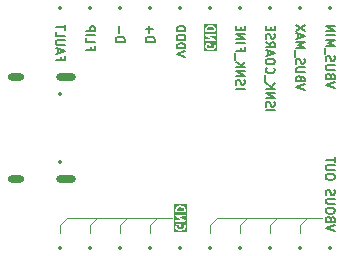
<source format=gbr>
%TF.GenerationSoftware,KiCad,Pcbnew,8.0.2*%
%TF.CreationDate,2025-03-04T21:54:33+01:00*%
%TF.ProjectId,USB-C_PD_Module,5553422d-435f-4504-945f-4d6f64756c65,rev?*%
%TF.SameCoordinates,Original*%
%TF.FileFunction,Legend,Bot*%
%TF.FilePolarity,Positive*%
%FSLAX46Y46*%
G04 Gerber Fmt 4.6, Leading zero omitted, Abs format (unit mm)*
G04 Created by KiCad (PCBNEW 8.0.2) date 2025-03-04 21:54:33*
%MOMM*%
%LPD*%
G01*
G04 APERTURE LIST*
%ADD10C,0.100000*%
%ADD11C,0.150000*%
%ADD12C,0.350000*%
%ADD13O,1.700000X0.600000*%
%ADD14O,1.400000X0.600000*%
G04 APERTURE END LIST*
D10*
X152089600Y-118420401D02*
X152089600Y-117785401D01*
X162249600Y-118420401D02*
X162249600Y-117785401D01*
X154629600Y-117785401D02*
X155264600Y-117150401D01*
X167329600Y-117785401D02*
X167964600Y-117150401D01*
X149549600Y-117785401D02*
X150184600Y-117150401D01*
X159709600Y-117785401D02*
X160344600Y-117150401D01*
X147644600Y-117150401D02*
X155264600Y-117150401D01*
X164789600Y-117785401D02*
X165424600Y-117150401D01*
X149549600Y-118420401D02*
X149549600Y-117785401D01*
X159709600Y-118420401D02*
X159709600Y-117785401D01*
X155264600Y-117150401D02*
X155899600Y-117150401D01*
X164789600Y-118420401D02*
X164789600Y-117785401D01*
X160344600Y-117150401D02*
X167964600Y-117150401D01*
X147009600Y-118420401D02*
X147009600Y-117785401D01*
X167329600Y-118420401D02*
X167329600Y-117785401D01*
X155899600Y-117150401D02*
X156534600Y-117150401D01*
X162249600Y-117785401D02*
X162884600Y-117150401D01*
X147009600Y-117785401D02*
X147644600Y-117150401D01*
X167964600Y-117150401D02*
X169234600Y-117150401D01*
X154629600Y-118420401D02*
X154629600Y-117785401D01*
X152089600Y-117785401D02*
X152724600Y-117150401D01*
D11*
X164450435Y-108060513D02*
X165200435Y-108060513D01*
X164486150Y-107739084D02*
X164450435Y-107631942D01*
X164450435Y-107631942D02*
X164450435Y-107453370D01*
X164450435Y-107453370D02*
X164486150Y-107381942D01*
X164486150Y-107381942D02*
X164521864Y-107346227D01*
X164521864Y-107346227D02*
X164593292Y-107310513D01*
X164593292Y-107310513D02*
X164664721Y-107310513D01*
X164664721Y-107310513D02*
X164736150Y-107346227D01*
X164736150Y-107346227D02*
X164771864Y-107381942D01*
X164771864Y-107381942D02*
X164807578Y-107453370D01*
X164807578Y-107453370D02*
X164843292Y-107596227D01*
X164843292Y-107596227D02*
X164879007Y-107667656D01*
X164879007Y-107667656D02*
X164914721Y-107703370D01*
X164914721Y-107703370D02*
X164986150Y-107739084D01*
X164986150Y-107739084D02*
X165057578Y-107739084D01*
X165057578Y-107739084D02*
X165129007Y-107703370D01*
X165129007Y-107703370D02*
X165164721Y-107667656D01*
X165164721Y-107667656D02*
X165200435Y-107596227D01*
X165200435Y-107596227D02*
X165200435Y-107417656D01*
X165200435Y-107417656D02*
X165164721Y-107310513D01*
X164450435Y-106989084D02*
X165200435Y-106989084D01*
X165200435Y-106989084D02*
X164450435Y-106560513D01*
X164450435Y-106560513D02*
X165200435Y-106560513D01*
X164450435Y-106203370D02*
X165200435Y-106203370D01*
X164450435Y-105774799D02*
X164879007Y-106096227D01*
X165200435Y-105774799D02*
X164771864Y-106203370D01*
X164379007Y-105631942D02*
X164379007Y-105060513D01*
X164521864Y-104453370D02*
X164486150Y-104489084D01*
X164486150Y-104489084D02*
X164450435Y-104596227D01*
X164450435Y-104596227D02*
X164450435Y-104667655D01*
X164450435Y-104667655D02*
X164486150Y-104774798D01*
X164486150Y-104774798D02*
X164557578Y-104846227D01*
X164557578Y-104846227D02*
X164629007Y-104881941D01*
X164629007Y-104881941D02*
X164771864Y-104917655D01*
X164771864Y-104917655D02*
X164879007Y-104917655D01*
X164879007Y-104917655D02*
X165021864Y-104881941D01*
X165021864Y-104881941D02*
X165093292Y-104846227D01*
X165093292Y-104846227D02*
X165164721Y-104774798D01*
X165164721Y-104774798D02*
X165200435Y-104667655D01*
X165200435Y-104667655D02*
X165200435Y-104596227D01*
X165200435Y-104596227D02*
X165164721Y-104489084D01*
X165164721Y-104489084D02*
X165129007Y-104453370D01*
X165200435Y-103989084D02*
X165200435Y-103846227D01*
X165200435Y-103846227D02*
X165164721Y-103774798D01*
X165164721Y-103774798D02*
X165093292Y-103703370D01*
X165093292Y-103703370D02*
X164950435Y-103667655D01*
X164950435Y-103667655D02*
X164700435Y-103667655D01*
X164700435Y-103667655D02*
X164557578Y-103703370D01*
X164557578Y-103703370D02*
X164486150Y-103774798D01*
X164486150Y-103774798D02*
X164450435Y-103846227D01*
X164450435Y-103846227D02*
X164450435Y-103989084D01*
X164450435Y-103989084D02*
X164486150Y-104060513D01*
X164486150Y-104060513D02*
X164557578Y-104131941D01*
X164557578Y-104131941D02*
X164700435Y-104167655D01*
X164700435Y-104167655D02*
X164950435Y-104167655D01*
X164950435Y-104167655D02*
X165093292Y-104131941D01*
X165093292Y-104131941D02*
X165164721Y-104060513D01*
X165164721Y-104060513D02*
X165200435Y-103989084D01*
X164664721Y-103381941D02*
X164664721Y-103024799D01*
X164450435Y-103453370D02*
X165200435Y-103203370D01*
X165200435Y-103203370D02*
X164450435Y-102953370D01*
X164450435Y-102274799D02*
X164807578Y-102524799D01*
X164450435Y-102703370D02*
X165200435Y-102703370D01*
X165200435Y-102703370D02*
X165200435Y-102417656D01*
X165200435Y-102417656D02*
X165164721Y-102346227D01*
X165164721Y-102346227D02*
X165129007Y-102310513D01*
X165129007Y-102310513D02*
X165057578Y-102274799D01*
X165057578Y-102274799D02*
X164950435Y-102274799D01*
X164950435Y-102274799D02*
X164879007Y-102310513D01*
X164879007Y-102310513D02*
X164843292Y-102346227D01*
X164843292Y-102346227D02*
X164807578Y-102417656D01*
X164807578Y-102417656D02*
X164807578Y-102703370D01*
X164486150Y-101989084D02*
X164450435Y-101881942D01*
X164450435Y-101881942D02*
X164450435Y-101703370D01*
X164450435Y-101703370D02*
X164486150Y-101631942D01*
X164486150Y-101631942D02*
X164521864Y-101596227D01*
X164521864Y-101596227D02*
X164593292Y-101560513D01*
X164593292Y-101560513D02*
X164664721Y-101560513D01*
X164664721Y-101560513D02*
X164736150Y-101596227D01*
X164736150Y-101596227D02*
X164771864Y-101631942D01*
X164771864Y-101631942D02*
X164807578Y-101703370D01*
X164807578Y-101703370D02*
X164843292Y-101846227D01*
X164843292Y-101846227D02*
X164879007Y-101917656D01*
X164879007Y-101917656D02*
X164914721Y-101953370D01*
X164914721Y-101953370D02*
X164986150Y-101989084D01*
X164986150Y-101989084D02*
X165057578Y-101989084D01*
X165057578Y-101989084D02*
X165129007Y-101953370D01*
X165129007Y-101953370D02*
X165164721Y-101917656D01*
X165164721Y-101917656D02*
X165200435Y-101846227D01*
X165200435Y-101846227D02*
X165200435Y-101667656D01*
X165200435Y-101667656D02*
X165164721Y-101560513D01*
X164843292Y-101239084D02*
X164843292Y-100989084D01*
X164450435Y-100881941D02*
X164450435Y-101239084D01*
X164450435Y-101239084D02*
X165200435Y-101239084D01*
X165200435Y-101239084D02*
X165200435Y-100881941D01*
G36*
X157370976Y-116282932D02*
G01*
X157426976Y-116309873D01*
X157478731Y-116360354D01*
X157505501Y-116437740D01*
X157506208Y-116532570D01*
X156904885Y-116533704D01*
X156904218Y-116444370D01*
X156930169Y-116363485D01*
X156979285Y-116313129D01*
X157030737Y-116286416D01*
X157156413Y-116253806D01*
X157245517Y-116252751D01*
X157370976Y-116282932D01*
G37*
G36*
X157738768Y-118337192D02*
G01*
X156672102Y-118337192D01*
X156672102Y-117857431D01*
X156755435Y-117857431D01*
X156756642Y-117929537D01*
X156756024Y-117938240D01*
X156756848Y-117941867D01*
X156756876Y-117943491D01*
X156757634Y-117945321D01*
X156759284Y-117952576D01*
X156792591Y-118048857D01*
X156792591Y-118050633D01*
X156796318Y-118059633D01*
X156800993Y-118073145D01*
X156802758Y-118075180D01*
X156803789Y-118077669D01*
X156813117Y-118089035D01*
X156885404Y-118159543D01*
X156891594Y-118166681D01*
X156894772Y-118168681D01*
X156895910Y-118169791D01*
X156897737Y-118170548D01*
X156904037Y-118174513D01*
X156971741Y-118207084D01*
X156976971Y-118210959D01*
X156987950Y-118214881D01*
X156989198Y-118215482D01*
X156989737Y-118215520D01*
X156990817Y-118215906D01*
X157129803Y-118249340D01*
X157137232Y-118252418D01*
X157146311Y-118253312D01*
X157148219Y-118253771D01*
X157149314Y-118253607D01*
X157151864Y-118253859D01*
X157255044Y-118252638D01*
X157262652Y-118253770D01*
X157271638Y-118252441D01*
X157273639Y-118252418D01*
X157274660Y-118251994D01*
X157277197Y-118251620D01*
X157414506Y-118215991D01*
X157421673Y-118215482D01*
X157432633Y-118211287D01*
X157433900Y-118210959D01*
X157434335Y-118210636D01*
X157435405Y-118210227D01*
X157506681Y-118173219D01*
X157514960Y-118169791D01*
X157517842Y-118167425D01*
X157519276Y-118166681D01*
X157520575Y-118165182D01*
X157526325Y-118160464D01*
X157589198Y-118096004D01*
X157590704Y-118095252D01*
X157596892Y-118088116D01*
X157607082Y-118077670D01*
X157608114Y-118075177D01*
X157609878Y-118073144D01*
X157615872Y-118059719D01*
X157650299Y-117952409D01*
X157653994Y-117943491D01*
X157654362Y-117939744D01*
X157654846Y-117938239D01*
X157654705Y-117936264D01*
X157655435Y-117928859D01*
X157654297Y-117832743D01*
X157654846Y-117831098D01*
X157654164Y-117821508D01*
X157653994Y-117807085D01*
X157652962Y-117804595D01*
X157652772Y-117801908D01*
X157647517Y-117788177D01*
X157603971Y-117704304D01*
X157581863Y-117685131D01*
X157554102Y-117675877D01*
X157524912Y-117677951D01*
X157498737Y-117691038D01*
X157479564Y-117713146D01*
X157470310Y-117740907D01*
X157472384Y-117770097D01*
X157477639Y-117783829D01*
X157505624Y-117837730D01*
X157506524Y-117913744D01*
X157480701Y-117994233D01*
X157431584Y-118044588D01*
X157380132Y-118071302D01*
X157254457Y-118103912D01*
X157165353Y-118104967D01*
X157039898Y-118074788D01*
X156983893Y-118047845D01*
X156932139Y-117997365D01*
X156905282Y-117919727D01*
X156904484Y-117872112D01*
X156930275Y-117791726D01*
X156932494Y-117789407D01*
X157077541Y-117788617D01*
X157078305Y-117872063D01*
X157089504Y-117899099D01*
X157110196Y-117919791D01*
X157137232Y-117930990D01*
X157166496Y-117930990D01*
X157193532Y-117919791D01*
X157214224Y-117899099D01*
X157225423Y-117872063D01*
X157226864Y-117857431D01*
X157225423Y-117699942D01*
X157214224Y-117672906D01*
X157193532Y-117652214D01*
X157166496Y-117641015D01*
X157151864Y-117639574D01*
X156887232Y-117641015D01*
X156860196Y-117652214D01*
X156848831Y-117661541D01*
X156821017Y-117690612D01*
X156820167Y-117691038D01*
X156815859Y-117696004D01*
X156803790Y-117708620D01*
X156802759Y-117711108D01*
X156800993Y-117713145D01*
X156794999Y-117726570D01*
X156760569Y-117833882D01*
X156756876Y-117842799D01*
X156756507Y-117846543D01*
X156756024Y-117848050D01*
X156756164Y-117850025D01*
X156755435Y-117857431D01*
X156672102Y-117857431D01*
X156672102Y-116969813D01*
X156755618Y-116969813D01*
X156756876Y-116974425D01*
X156756876Y-116979206D01*
X156760693Y-116988421D01*
X156763318Y-116998045D01*
X156766245Y-117001825D01*
X156768075Y-117006242D01*
X156775125Y-117013292D01*
X156781235Y-117021182D01*
X156787367Y-117025534D01*
X156788767Y-117026934D01*
X156790141Y-117027503D01*
X156793225Y-117029692D01*
X157300870Y-117318671D01*
X156815803Y-117319586D01*
X156788767Y-117330785D01*
X156768075Y-117351477D01*
X156756876Y-117378513D01*
X156756876Y-117407777D01*
X156768075Y-117434813D01*
X156788767Y-117455505D01*
X156815803Y-117466704D01*
X156830435Y-117468145D01*
X157576058Y-117466739D01*
X157585674Y-117467962D01*
X157590253Y-117466713D01*
X157595067Y-117466704D01*
X157604283Y-117462886D01*
X157613905Y-117460262D01*
X157617684Y-117457335D01*
X157622103Y-117455505D01*
X157629154Y-117448453D01*
X157637043Y-117442345D01*
X157639416Y-117438191D01*
X157642795Y-117434813D01*
X157646611Y-117425600D01*
X157651562Y-117416936D01*
X157652164Y-117412192D01*
X157653994Y-117407777D01*
X157653994Y-117397802D01*
X157655252Y-117387906D01*
X157653994Y-117383293D01*
X157653994Y-117378513D01*
X157650176Y-117369297D01*
X157647552Y-117359674D01*
X157644624Y-117355893D01*
X157642795Y-117351477D01*
X157635741Y-117344423D01*
X157629634Y-117336537D01*
X157623503Y-117332185D01*
X157622103Y-117330785D01*
X157620728Y-117330215D01*
X157617645Y-117328027D01*
X157109999Y-117039047D01*
X157595067Y-117038133D01*
X157622103Y-117026934D01*
X157642795Y-117006242D01*
X157653994Y-116979206D01*
X157653994Y-116949942D01*
X157642795Y-116922906D01*
X157622103Y-116902214D01*
X157595067Y-116891015D01*
X157580435Y-116889574D01*
X156834811Y-116890979D01*
X156825196Y-116889757D01*
X156820616Y-116891005D01*
X156815803Y-116891015D01*
X156806587Y-116894832D01*
X156796964Y-116897457D01*
X156793183Y-116900384D01*
X156788767Y-116902214D01*
X156781716Y-116909264D01*
X156773827Y-116915374D01*
X156771453Y-116919527D01*
X156768075Y-116922906D01*
X156764258Y-116932118D01*
X156759308Y-116940783D01*
X156758705Y-116945526D01*
X156756876Y-116949942D01*
X156756876Y-116959916D01*
X156755618Y-116969813D01*
X156672102Y-116969813D01*
X156672102Y-116428860D01*
X156755435Y-116428860D01*
X156756876Y-116622063D01*
X156768075Y-116649099D01*
X156788767Y-116669791D01*
X156815803Y-116680990D01*
X156830435Y-116682431D01*
X157595067Y-116680990D01*
X157622103Y-116669791D01*
X157642795Y-116649099D01*
X157653994Y-116622063D01*
X157655435Y-116607431D01*
X157654110Y-116429833D01*
X157654846Y-116419480D01*
X157654005Y-116415784D01*
X157653994Y-116414228D01*
X157653235Y-116412395D01*
X157651586Y-116405144D01*
X157618280Y-116308863D01*
X157618280Y-116307086D01*
X157614548Y-116298076D01*
X157609878Y-116284575D01*
X157608114Y-116282541D01*
X157607082Y-116280049D01*
X157597754Y-116268684D01*
X157525465Y-116198174D01*
X157519276Y-116191038D01*
X157516097Y-116189037D01*
X157514960Y-116187928D01*
X157513132Y-116187170D01*
X157506833Y-116183206D01*
X157439130Y-116150635D01*
X157433900Y-116146760D01*
X157422920Y-116142837D01*
X157421673Y-116142237D01*
X157421133Y-116142198D01*
X157420054Y-116141813D01*
X157281072Y-116108380D01*
X157273639Y-116105301D01*
X157264552Y-116104406D01*
X157262652Y-116103949D01*
X157261560Y-116104111D01*
X157259007Y-116103860D01*
X157155830Y-116105080D01*
X157148219Y-116103948D01*
X157139229Y-116105277D01*
X157137232Y-116105301D01*
X157136211Y-116105723D01*
X157133674Y-116106099D01*
X156996364Y-116141727D01*
X156989198Y-116142237D01*
X156978240Y-116146430D01*
X156976971Y-116146760D01*
X156976534Y-116147083D01*
X156975467Y-116147492D01*
X156904190Y-116184497D01*
X156895910Y-116187928D01*
X156893027Y-116190293D01*
X156891594Y-116191038D01*
X156890294Y-116192536D01*
X156884545Y-116197255D01*
X156821673Y-116261713D01*
X156820167Y-116262467D01*
X156813969Y-116269611D01*
X156803789Y-116280050D01*
X156802758Y-116282538D01*
X156800993Y-116284574D01*
X156794999Y-116297999D01*
X156760569Y-116405311D01*
X156756876Y-116414228D01*
X156756507Y-116417972D01*
X156756024Y-116419479D01*
X156756164Y-116421454D01*
X156755435Y-116428860D01*
X156672102Y-116428860D01*
X156672102Y-116020527D01*
X157738768Y-116020527D01*
X157738768Y-118337192D01*
G37*
X161910435Y-106203370D02*
X162660435Y-106203370D01*
X161946150Y-105881941D02*
X161910435Y-105774799D01*
X161910435Y-105774799D02*
X161910435Y-105596227D01*
X161910435Y-105596227D02*
X161946150Y-105524799D01*
X161946150Y-105524799D02*
X161981864Y-105489084D01*
X161981864Y-105489084D02*
X162053292Y-105453370D01*
X162053292Y-105453370D02*
X162124721Y-105453370D01*
X162124721Y-105453370D02*
X162196150Y-105489084D01*
X162196150Y-105489084D02*
X162231864Y-105524799D01*
X162231864Y-105524799D02*
X162267578Y-105596227D01*
X162267578Y-105596227D02*
X162303292Y-105739084D01*
X162303292Y-105739084D02*
X162339007Y-105810513D01*
X162339007Y-105810513D02*
X162374721Y-105846227D01*
X162374721Y-105846227D02*
X162446150Y-105881941D01*
X162446150Y-105881941D02*
X162517578Y-105881941D01*
X162517578Y-105881941D02*
X162589007Y-105846227D01*
X162589007Y-105846227D02*
X162624721Y-105810513D01*
X162624721Y-105810513D02*
X162660435Y-105739084D01*
X162660435Y-105739084D02*
X162660435Y-105560513D01*
X162660435Y-105560513D02*
X162624721Y-105453370D01*
X161910435Y-105131941D02*
X162660435Y-105131941D01*
X162660435Y-105131941D02*
X161910435Y-104703370D01*
X161910435Y-104703370D02*
X162660435Y-104703370D01*
X161910435Y-104346227D02*
X162660435Y-104346227D01*
X161910435Y-103917656D02*
X162339007Y-104239084D01*
X162660435Y-103917656D02*
X162231864Y-104346227D01*
X161839007Y-103774799D02*
X161839007Y-103203370D01*
X162303292Y-102774798D02*
X162303292Y-103024798D01*
X161910435Y-103024798D02*
X162660435Y-103024798D01*
X162660435Y-103024798D02*
X162660435Y-102667655D01*
X161910435Y-102381941D02*
X162660435Y-102381941D01*
X161910435Y-102024798D02*
X162660435Y-102024798D01*
X162660435Y-102024798D02*
X161910435Y-101596227D01*
X161910435Y-101596227D02*
X162660435Y-101596227D01*
X162303292Y-101239084D02*
X162303292Y-100989084D01*
X161910435Y-100881941D02*
X161910435Y-101239084D01*
X161910435Y-101239084D02*
X162660435Y-101239084D01*
X162660435Y-101239084D02*
X162660435Y-100881941D01*
X154290435Y-102239084D02*
X155040435Y-102239084D01*
X155040435Y-102239084D02*
X155040435Y-102060513D01*
X155040435Y-102060513D02*
X155004721Y-101953370D01*
X155004721Y-101953370D02*
X154933292Y-101881941D01*
X154933292Y-101881941D02*
X154861864Y-101846227D01*
X154861864Y-101846227D02*
X154719007Y-101810513D01*
X154719007Y-101810513D02*
X154611864Y-101810513D01*
X154611864Y-101810513D02*
X154469007Y-101846227D01*
X154469007Y-101846227D02*
X154397578Y-101881941D01*
X154397578Y-101881941D02*
X154326150Y-101953370D01*
X154326150Y-101953370D02*
X154290435Y-102060513D01*
X154290435Y-102060513D02*
X154290435Y-102239084D01*
X154576150Y-101489084D02*
X154576150Y-100917656D01*
X154290435Y-101203370D02*
X154861864Y-101203370D01*
X167740435Y-106346228D02*
X166990435Y-106096228D01*
X166990435Y-106096228D02*
X167740435Y-105846228D01*
X167383292Y-105346228D02*
X167347578Y-105239085D01*
X167347578Y-105239085D02*
X167311864Y-105203371D01*
X167311864Y-105203371D02*
X167240435Y-105167657D01*
X167240435Y-105167657D02*
X167133292Y-105167657D01*
X167133292Y-105167657D02*
X167061864Y-105203371D01*
X167061864Y-105203371D02*
X167026150Y-105239085D01*
X167026150Y-105239085D02*
X166990435Y-105310514D01*
X166990435Y-105310514D02*
X166990435Y-105596228D01*
X166990435Y-105596228D02*
X167740435Y-105596228D01*
X167740435Y-105596228D02*
X167740435Y-105346228D01*
X167740435Y-105346228D02*
X167704721Y-105274800D01*
X167704721Y-105274800D02*
X167669007Y-105239085D01*
X167669007Y-105239085D02*
X167597578Y-105203371D01*
X167597578Y-105203371D02*
X167526150Y-105203371D01*
X167526150Y-105203371D02*
X167454721Y-105239085D01*
X167454721Y-105239085D02*
X167419007Y-105274800D01*
X167419007Y-105274800D02*
X167383292Y-105346228D01*
X167383292Y-105346228D02*
X167383292Y-105596228D01*
X167740435Y-104846228D02*
X167133292Y-104846228D01*
X167133292Y-104846228D02*
X167061864Y-104810514D01*
X167061864Y-104810514D02*
X167026150Y-104774800D01*
X167026150Y-104774800D02*
X166990435Y-104703371D01*
X166990435Y-104703371D02*
X166990435Y-104560514D01*
X166990435Y-104560514D02*
X167026150Y-104489085D01*
X167026150Y-104489085D02*
X167061864Y-104453371D01*
X167061864Y-104453371D02*
X167133292Y-104417657D01*
X167133292Y-104417657D02*
X167740435Y-104417657D01*
X167026150Y-104096228D02*
X166990435Y-103989086D01*
X166990435Y-103989086D02*
X166990435Y-103810514D01*
X166990435Y-103810514D02*
X167026150Y-103739086D01*
X167026150Y-103739086D02*
X167061864Y-103703371D01*
X167061864Y-103703371D02*
X167133292Y-103667657D01*
X167133292Y-103667657D02*
X167204721Y-103667657D01*
X167204721Y-103667657D02*
X167276150Y-103703371D01*
X167276150Y-103703371D02*
X167311864Y-103739086D01*
X167311864Y-103739086D02*
X167347578Y-103810514D01*
X167347578Y-103810514D02*
X167383292Y-103953371D01*
X167383292Y-103953371D02*
X167419007Y-104024800D01*
X167419007Y-104024800D02*
X167454721Y-104060514D01*
X167454721Y-104060514D02*
X167526150Y-104096228D01*
X167526150Y-104096228D02*
X167597578Y-104096228D01*
X167597578Y-104096228D02*
X167669007Y-104060514D01*
X167669007Y-104060514D02*
X167704721Y-104024800D01*
X167704721Y-104024800D02*
X167740435Y-103953371D01*
X167740435Y-103953371D02*
X167740435Y-103774800D01*
X167740435Y-103774800D02*
X167704721Y-103667657D01*
X166919007Y-103524800D02*
X166919007Y-102953371D01*
X166990435Y-102774799D02*
X167740435Y-102774799D01*
X167740435Y-102774799D02*
X167204721Y-102524799D01*
X167204721Y-102524799D02*
X167740435Y-102274799D01*
X167740435Y-102274799D02*
X166990435Y-102274799D01*
X167204721Y-101953370D02*
X167204721Y-101596228D01*
X166990435Y-102024799D02*
X167740435Y-101774799D01*
X167740435Y-101774799D02*
X166990435Y-101524799D01*
X167740435Y-101346228D02*
X166990435Y-100846228D01*
X167740435Y-100846228D02*
X166990435Y-101346228D01*
X147063292Y-103560513D02*
X147063292Y-103810513D01*
X146670435Y-103810513D02*
X147420435Y-103810513D01*
X147420435Y-103810513D02*
X147420435Y-103453370D01*
X146884721Y-103203370D02*
X146884721Y-102846228D01*
X146670435Y-103274799D02*
X147420435Y-103024799D01*
X147420435Y-103024799D02*
X146670435Y-102774799D01*
X147420435Y-102524799D02*
X146813292Y-102524799D01*
X146813292Y-102524799D02*
X146741864Y-102489085D01*
X146741864Y-102489085D02*
X146706150Y-102453371D01*
X146706150Y-102453371D02*
X146670435Y-102381942D01*
X146670435Y-102381942D02*
X146670435Y-102239085D01*
X146670435Y-102239085D02*
X146706150Y-102167656D01*
X146706150Y-102167656D02*
X146741864Y-102131942D01*
X146741864Y-102131942D02*
X146813292Y-102096228D01*
X146813292Y-102096228D02*
X147420435Y-102096228D01*
X146670435Y-101381942D02*
X146670435Y-101739085D01*
X146670435Y-101739085D02*
X147420435Y-101739085D01*
X147420435Y-101239085D02*
X147420435Y-100810514D01*
X146670435Y-101024799D02*
X147420435Y-101024799D01*
G36*
X159910976Y-100986014D02*
G01*
X159966976Y-101012955D01*
X160018731Y-101063436D01*
X160045501Y-101140822D01*
X160046208Y-101235652D01*
X159444885Y-101236786D01*
X159444218Y-101147452D01*
X159470169Y-101066567D01*
X159519285Y-101016211D01*
X159570737Y-100989498D01*
X159696413Y-100956888D01*
X159785517Y-100955833D01*
X159910976Y-100986014D01*
G37*
G36*
X160278768Y-103040274D02*
G01*
X159212102Y-103040274D01*
X159212102Y-102560513D01*
X159295435Y-102560513D01*
X159296642Y-102632619D01*
X159296024Y-102641322D01*
X159296848Y-102644949D01*
X159296876Y-102646573D01*
X159297634Y-102648403D01*
X159299284Y-102655658D01*
X159332591Y-102751939D01*
X159332591Y-102753715D01*
X159336318Y-102762715D01*
X159340993Y-102776227D01*
X159342758Y-102778262D01*
X159343789Y-102780751D01*
X159353117Y-102792117D01*
X159425404Y-102862625D01*
X159431594Y-102869763D01*
X159434772Y-102871763D01*
X159435910Y-102872873D01*
X159437737Y-102873630D01*
X159444037Y-102877595D01*
X159511741Y-102910166D01*
X159516971Y-102914041D01*
X159527950Y-102917963D01*
X159529198Y-102918564D01*
X159529737Y-102918602D01*
X159530817Y-102918988D01*
X159669803Y-102952422D01*
X159677232Y-102955500D01*
X159686311Y-102956394D01*
X159688219Y-102956853D01*
X159689314Y-102956689D01*
X159691864Y-102956941D01*
X159795044Y-102955720D01*
X159802652Y-102956852D01*
X159811638Y-102955523D01*
X159813639Y-102955500D01*
X159814660Y-102955076D01*
X159817197Y-102954702D01*
X159954506Y-102919073D01*
X159961673Y-102918564D01*
X159972633Y-102914369D01*
X159973900Y-102914041D01*
X159974335Y-102913718D01*
X159975405Y-102913309D01*
X160046681Y-102876301D01*
X160054960Y-102872873D01*
X160057842Y-102870507D01*
X160059276Y-102869763D01*
X160060575Y-102868264D01*
X160066325Y-102863546D01*
X160129198Y-102799086D01*
X160130704Y-102798334D01*
X160136892Y-102791198D01*
X160147082Y-102780752D01*
X160148114Y-102778259D01*
X160149878Y-102776226D01*
X160155872Y-102762801D01*
X160190299Y-102655491D01*
X160193994Y-102646573D01*
X160194362Y-102642826D01*
X160194846Y-102641321D01*
X160194705Y-102639346D01*
X160195435Y-102631941D01*
X160194297Y-102535825D01*
X160194846Y-102534180D01*
X160194164Y-102524590D01*
X160193994Y-102510167D01*
X160192962Y-102507677D01*
X160192772Y-102504990D01*
X160187517Y-102491259D01*
X160143971Y-102407386D01*
X160121863Y-102388213D01*
X160094102Y-102378959D01*
X160064912Y-102381033D01*
X160038737Y-102394120D01*
X160019564Y-102416228D01*
X160010310Y-102443989D01*
X160012384Y-102473179D01*
X160017639Y-102486911D01*
X160045624Y-102540812D01*
X160046524Y-102616826D01*
X160020701Y-102697315D01*
X159971584Y-102747670D01*
X159920132Y-102774384D01*
X159794457Y-102806994D01*
X159705353Y-102808049D01*
X159579898Y-102777870D01*
X159523893Y-102750927D01*
X159472139Y-102700447D01*
X159445282Y-102622809D01*
X159444484Y-102575194D01*
X159470275Y-102494808D01*
X159472494Y-102492489D01*
X159617541Y-102491699D01*
X159618305Y-102575145D01*
X159629504Y-102602181D01*
X159650196Y-102622873D01*
X159677232Y-102634072D01*
X159706496Y-102634072D01*
X159733532Y-102622873D01*
X159754224Y-102602181D01*
X159765423Y-102575145D01*
X159766864Y-102560513D01*
X159765423Y-102403024D01*
X159754224Y-102375988D01*
X159733532Y-102355296D01*
X159706496Y-102344097D01*
X159691864Y-102342656D01*
X159427232Y-102344097D01*
X159400196Y-102355296D01*
X159388831Y-102364623D01*
X159361017Y-102393694D01*
X159360167Y-102394120D01*
X159355859Y-102399086D01*
X159343790Y-102411702D01*
X159342759Y-102414190D01*
X159340993Y-102416227D01*
X159334999Y-102429652D01*
X159300569Y-102536964D01*
X159296876Y-102545881D01*
X159296507Y-102549625D01*
X159296024Y-102551132D01*
X159296164Y-102553107D01*
X159295435Y-102560513D01*
X159212102Y-102560513D01*
X159212102Y-101672895D01*
X159295618Y-101672895D01*
X159296876Y-101677507D01*
X159296876Y-101682288D01*
X159300693Y-101691503D01*
X159303318Y-101701127D01*
X159306245Y-101704907D01*
X159308075Y-101709324D01*
X159315125Y-101716374D01*
X159321235Y-101724264D01*
X159327367Y-101728616D01*
X159328767Y-101730016D01*
X159330141Y-101730585D01*
X159333225Y-101732774D01*
X159840870Y-102021753D01*
X159355803Y-102022668D01*
X159328767Y-102033867D01*
X159308075Y-102054559D01*
X159296876Y-102081595D01*
X159296876Y-102110859D01*
X159308075Y-102137895D01*
X159328767Y-102158587D01*
X159355803Y-102169786D01*
X159370435Y-102171227D01*
X160116058Y-102169821D01*
X160125674Y-102171044D01*
X160130253Y-102169795D01*
X160135067Y-102169786D01*
X160144283Y-102165968D01*
X160153905Y-102163344D01*
X160157684Y-102160417D01*
X160162103Y-102158587D01*
X160169154Y-102151535D01*
X160177043Y-102145427D01*
X160179416Y-102141273D01*
X160182795Y-102137895D01*
X160186611Y-102128682D01*
X160191562Y-102120018D01*
X160192164Y-102115274D01*
X160193994Y-102110859D01*
X160193994Y-102100884D01*
X160195252Y-102090988D01*
X160193994Y-102086375D01*
X160193994Y-102081595D01*
X160190176Y-102072379D01*
X160187552Y-102062756D01*
X160184624Y-102058975D01*
X160182795Y-102054559D01*
X160175741Y-102047505D01*
X160169634Y-102039619D01*
X160163503Y-102035267D01*
X160162103Y-102033867D01*
X160160728Y-102033297D01*
X160157645Y-102031109D01*
X159649999Y-101742129D01*
X160135067Y-101741215D01*
X160162103Y-101730016D01*
X160182795Y-101709324D01*
X160193994Y-101682288D01*
X160193994Y-101653024D01*
X160182795Y-101625988D01*
X160162103Y-101605296D01*
X160135067Y-101594097D01*
X160120435Y-101592656D01*
X159374811Y-101594061D01*
X159365196Y-101592839D01*
X159360616Y-101594087D01*
X159355803Y-101594097D01*
X159346587Y-101597914D01*
X159336964Y-101600539D01*
X159333183Y-101603466D01*
X159328767Y-101605296D01*
X159321716Y-101612346D01*
X159313827Y-101618456D01*
X159311453Y-101622609D01*
X159308075Y-101625988D01*
X159304258Y-101635200D01*
X159299308Y-101643865D01*
X159298705Y-101648608D01*
X159296876Y-101653024D01*
X159296876Y-101662998D01*
X159295618Y-101672895D01*
X159212102Y-101672895D01*
X159212102Y-101131942D01*
X159295435Y-101131942D01*
X159296876Y-101325145D01*
X159308075Y-101352181D01*
X159328767Y-101372873D01*
X159355803Y-101384072D01*
X159370435Y-101385513D01*
X160135067Y-101384072D01*
X160162103Y-101372873D01*
X160182795Y-101352181D01*
X160193994Y-101325145D01*
X160195435Y-101310513D01*
X160194110Y-101132915D01*
X160194846Y-101122562D01*
X160194005Y-101118866D01*
X160193994Y-101117310D01*
X160193235Y-101115477D01*
X160191586Y-101108226D01*
X160158280Y-101011945D01*
X160158280Y-101010168D01*
X160154548Y-101001158D01*
X160149878Y-100987657D01*
X160148114Y-100985623D01*
X160147082Y-100983131D01*
X160137754Y-100971766D01*
X160065465Y-100901256D01*
X160059276Y-100894120D01*
X160056097Y-100892119D01*
X160054960Y-100891010D01*
X160053132Y-100890252D01*
X160046833Y-100886288D01*
X159979130Y-100853717D01*
X159973900Y-100849842D01*
X159962920Y-100845919D01*
X159961673Y-100845319D01*
X159961133Y-100845280D01*
X159960054Y-100844895D01*
X159821072Y-100811462D01*
X159813639Y-100808383D01*
X159804552Y-100807488D01*
X159802652Y-100807031D01*
X159801560Y-100807193D01*
X159799007Y-100806942D01*
X159695830Y-100808162D01*
X159688219Y-100807030D01*
X159679229Y-100808359D01*
X159677232Y-100808383D01*
X159676211Y-100808805D01*
X159673674Y-100809181D01*
X159536364Y-100844809D01*
X159529198Y-100845319D01*
X159518240Y-100849512D01*
X159516971Y-100849842D01*
X159516534Y-100850165D01*
X159515467Y-100850574D01*
X159444190Y-100887579D01*
X159435910Y-100891010D01*
X159433027Y-100893375D01*
X159431594Y-100894120D01*
X159430294Y-100895618D01*
X159424545Y-100900337D01*
X159361673Y-100964795D01*
X159360167Y-100965549D01*
X159353969Y-100972693D01*
X159343789Y-100983132D01*
X159342758Y-100985620D01*
X159340993Y-100987656D01*
X159334999Y-101001081D01*
X159300569Y-101108393D01*
X159296876Y-101117310D01*
X159296507Y-101121054D01*
X159296024Y-101122561D01*
X159296164Y-101124536D01*
X159295435Y-101131942D01*
X159212102Y-101131942D01*
X159212102Y-100723609D01*
X160278768Y-100723609D01*
X160278768Y-103040274D01*
G37*
X170280435Y-118250288D02*
X169530435Y-118000288D01*
X169530435Y-118000288D02*
X170280435Y-117750288D01*
X169923292Y-117250288D02*
X169887578Y-117143145D01*
X169887578Y-117143145D02*
X169851864Y-117107431D01*
X169851864Y-117107431D02*
X169780435Y-117071717D01*
X169780435Y-117071717D02*
X169673292Y-117071717D01*
X169673292Y-117071717D02*
X169601864Y-117107431D01*
X169601864Y-117107431D02*
X169566150Y-117143145D01*
X169566150Y-117143145D02*
X169530435Y-117214574D01*
X169530435Y-117214574D02*
X169530435Y-117500288D01*
X169530435Y-117500288D02*
X170280435Y-117500288D01*
X170280435Y-117500288D02*
X170280435Y-117250288D01*
X170280435Y-117250288D02*
X170244721Y-117178860D01*
X170244721Y-117178860D02*
X170209007Y-117143145D01*
X170209007Y-117143145D02*
X170137578Y-117107431D01*
X170137578Y-117107431D02*
X170066150Y-117107431D01*
X170066150Y-117107431D02*
X169994721Y-117143145D01*
X169994721Y-117143145D02*
X169959007Y-117178860D01*
X169959007Y-117178860D02*
X169923292Y-117250288D01*
X169923292Y-117250288D02*
X169923292Y-117500288D01*
X170280435Y-116607431D02*
X170280435Y-116464574D01*
X170280435Y-116464574D02*
X170244721Y-116393145D01*
X170244721Y-116393145D02*
X170173292Y-116321717D01*
X170173292Y-116321717D02*
X170030435Y-116286002D01*
X170030435Y-116286002D02*
X169780435Y-116286002D01*
X169780435Y-116286002D02*
X169637578Y-116321717D01*
X169637578Y-116321717D02*
X169566150Y-116393145D01*
X169566150Y-116393145D02*
X169530435Y-116464574D01*
X169530435Y-116464574D02*
X169530435Y-116607431D01*
X169530435Y-116607431D02*
X169566150Y-116678860D01*
X169566150Y-116678860D02*
X169637578Y-116750288D01*
X169637578Y-116750288D02*
X169780435Y-116786002D01*
X169780435Y-116786002D02*
X170030435Y-116786002D01*
X170030435Y-116786002D02*
X170173292Y-116750288D01*
X170173292Y-116750288D02*
X170244721Y-116678860D01*
X170244721Y-116678860D02*
X170280435Y-116607431D01*
X170280435Y-115964574D02*
X169673292Y-115964574D01*
X169673292Y-115964574D02*
X169601864Y-115928860D01*
X169601864Y-115928860D02*
X169566150Y-115893146D01*
X169566150Y-115893146D02*
X169530435Y-115821717D01*
X169530435Y-115821717D02*
X169530435Y-115678860D01*
X169530435Y-115678860D02*
X169566150Y-115607431D01*
X169566150Y-115607431D02*
X169601864Y-115571717D01*
X169601864Y-115571717D02*
X169673292Y-115536003D01*
X169673292Y-115536003D02*
X170280435Y-115536003D01*
X169566150Y-115214574D02*
X169530435Y-115107432D01*
X169530435Y-115107432D02*
X169530435Y-114928860D01*
X169530435Y-114928860D02*
X169566150Y-114857432D01*
X169566150Y-114857432D02*
X169601864Y-114821717D01*
X169601864Y-114821717D02*
X169673292Y-114786003D01*
X169673292Y-114786003D02*
X169744721Y-114786003D01*
X169744721Y-114786003D02*
X169816150Y-114821717D01*
X169816150Y-114821717D02*
X169851864Y-114857432D01*
X169851864Y-114857432D02*
X169887578Y-114928860D01*
X169887578Y-114928860D02*
X169923292Y-115071717D01*
X169923292Y-115071717D02*
X169959007Y-115143146D01*
X169959007Y-115143146D02*
X169994721Y-115178860D01*
X169994721Y-115178860D02*
X170066150Y-115214574D01*
X170066150Y-115214574D02*
X170137578Y-115214574D01*
X170137578Y-115214574D02*
X170209007Y-115178860D01*
X170209007Y-115178860D02*
X170244721Y-115143146D01*
X170244721Y-115143146D02*
X170280435Y-115071717D01*
X170280435Y-115071717D02*
X170280435Y-114893146D01*
X170280435Y-114893146D02*
X170244721Y-114786003D01*
X170280435Y-113750288D02*
X170280435Y-113607431D01*
X170280435Y-113607431D02*
X170244721Y-113536002D01*
X170244721Y-113536002D02*
X170173292Y-113464574D01*
X170173292Y-113464574D02*
X170030435Y-113428859D01*
X170030435Y-113428859D02*
X169780435Y-113428859D01*
X169780435Y-113428859D02*
X169637578Y-113464574D01*
X169637578Y-113464574D02*
X169566150Y-113536002D01*
X169566150Y-113536002D02*
X169530435Y-113607431D01*
X169530435Y-113607431D02*
X169530435Y-113750288D01*
X169530435Y-113750288D02*
X169566150Y-113821717D01*
X169566150Y-113821717D02*
X169637578Y-113893145D01*
X169637578Y-113893145D02*
X169780435Y-113928859D01*
X169780435Y-113928859D02*
X170030435Y-113928859D01*
X170030435Y-113928859D02*
X170173292Y-113893145D01*
X170173292Y-113893145D02*
X170244721Y-113821717D01*
X170244721Y-113821717D02*
X170280435Y-113750288D01*
X170280435Y-113107431D02*
X169673292Y-113107431D01*
X169673292Y-113107431D02*
X169601864Y-113071717D01*
X169601864Y-113071717D02*
X169566150Y-113036003D01*
X169566150Y-113036003D02*
X169530435Y-112964574D01*
X169530435Y-112964574D02*
X169530435Y-112821717D01*
X169530435Y-112821717D02*
X169566150Y-112750288D01*
X169566150Y-112750288D02*
X169601864Y-112714574D01*
X169601864Y-112714574D02*
X169673292Y-112678860D01*
X169673292Y-112678860D02*
X170280435Y-112678860D01*
X170280435Y-112428860D02*
X170280435Y-112000289D01*
X169530435Y-112214574D02*
X170280435Y-112214574D01*
X157636835Y-103560513D02*
X156886835Y-103310513D01*
X156886835Y-103310513D02*
X157636835Y-103060513D01*
X156886835Y-102810513D02*
X157636835Y-102810513D01*
X157636835Y-102810513D02*
X157636835Y-102631942D01*
X157636835Y-102631942D02*
X157601121Y-102524799D01*
X157601121Y-102524799D02*
X157529692Y-102453370D01*
X157529692Y-102453370D02*
X157458264Y-102417656D01*
X157458264Y-102417656D02*
X157315407Y-102381942D01*
X157315407Y-102381942D02*
X157208264Y-102381942D01*
X157208264Y-102381942D02*
X157065407Y-102417656D01*
X157065407Y-102417656D02*
X156993978Y-102453370D01*
X156993978Y-102453370D02*
X156922550Y-102524799D01*
X156922550Y-102524799D02*
X156886835Y-102631942D01*
X156886835Y-102631942D02*
X156886835Y-102810513D01*
X156886835Y-102060513D02*
X157636835Y-102060513D01*
X157636835Y-102060513D02*
X157636835Y-101881942D01*
X157636835Y-101881942D02*
X157601121Y-101774799D01*
X157601121Y-101774799D02*
X157529692Y-101703370D01*
X157529692Y-101703370D02*
X157458264Y-101667656D01*
X157458264Y-101667656D02*
X157315407Y-101631942D01*
X157315407Y-101631942D02*
X157208264Y-101631942D01*
X157208264Y-101631942D02*
X157065407Y-101667656D01*
X157065407Y-101667656D02*
X156993978Y-101703370D01*
X156993978Y-101703370D02*
X156922550Y-101774799D01*
X156922550Y-101774799D02*
X156886835Y-101881942D01*
X156886835Y-101881942D02*
X156886835Y-102060513D01*
X156886835Y-101310513D02*
X157636835Y-101310513D01*
X157636835Y-101310513D02*
X157636835Y-101131942D01*
X157636835Y-101131942D02*
X157601121Y-101024799D01*
X157601121Y-101024799D02*
X157529692Y-100953370D01*
X157529692Y-100953370D02*
X157458264Y-100917656D01*
X157458264Y-100917656D02*
X157315407Y-100881942D01*
X157315407Y-100881942D02*
X157208264Y-100881942D01*
X157208264Y-100881942D02*
X157065407Y-100917656D01*
X157065407Y-100917656D02*
X156993978Y-100953370D01*
X156993978Y-100953370D02*
X156922550Y-101024799D01*
X156922550Y-101024799D02*
X156886835Y-101131942D01*
X156886835Y-101131942D02*
X156886835Y-101310513D01*
X151750435Y-102239084D02*
X152500435Y-102239084D01*
X152500435Y-102239084D02*
X152500435Y-102060513D01*
X152500435Y-102060513D02*
X152464721Y-101953370D01*
X152464721Y-101953370D02*
X152393292Y-101881941D01*
X152393292Y-101881941D02*
X152321864Y-101846227D01*
X152321864Y-101846227D02*
X152179007Y-101810513D01*
X152179007Y-101810513D02*
X152071864Y-101810513D01*
X152071864Y-101810513D02*
X151929007Y-101846227D01*
X151929007Y-101846227D02*
X151857578Y-101881941D01*
X151857578Y-101881941D02*
X151786150Y-101953370D01*
X151786150Y-101953370D02*
X151750435Y-102060513D01*
X151750435Y-102060513D02*
X151750435Y-102239084D01*
X152036150Y-101489084D02*
X152036150Y-100917656D01*
X170280435Y-106131942D02*
X169530435Y-105881942D01*
X169530435Y-105881942D02*
X170280435Y-105631942D01*
X169923292Y-105131942D02*
X169887578Y-105024799D01*
X169887578Y-105024799D02*
X169851864Y-104989085D01*
X169851864Y-104989085D02*
X169780435Y-104953371D01*
X169780435Y-104953371D02*
X169673292Y-104953371D01*
X169673292Y-104953371D02*
X169601864Y-104989085D01*
X169601864Y-104989085D02*
X169566150Y-105024799D01*
X169566150Y-105024799D02*
X169530435Y-105096228D01*
X169530435Y-105096228D02*
X169530435Y-105381942D01*
X169530435Y-105381942D02*
X170280435Y-105381942D01*
X170280435Y-105381942D02*
X170280435Y-105131942D01*
X170280435Y-105131942D02*
X170244721Y-105060514D01*
X170244721Y-105060514D02*
X170209007Y-105024799D01*
X170209007Y-105024799D02*
X170137578Y-104989085D01*
X170137578Y-104989085D02*
X170066150Y-104989085D01*
X170066150Y-104989085D02*
X169994721Y-105024799D01*
X169994721Y-105024799D02*
X169959007Y-105060514D01*
X169959007Y-105060514D02*
X169923292Y-105131942D01*
X169923292Y-105131942D02*
X169923292Y-105381942D01*
X170280435Y-104631942D02*
X169673292Y-104631942D01*
X169673292Y-104631942D02*
X169601864Y-104596228D01*
X169601864Y-104596228D02*
X169566150Y-104560514D01*
X169566150Y-104560514D02*
X169530435Y-104489085D01*
X169530435Y-104489085D02*
X169530435Y-104346228D01*
X169530435Y-104346228D02*
X169566150Y-104274799D01*
X169566150Y-104274799D02*
X169601864Y-104239085D01*
X169601864Y-104239085D02*
X169673292Y-104203371D01*
X169673292Y-104203371D02*
X170280435Y-104203371D01*
X169566150Y-103881942D02*
X169530435Y-103774800D01*
X169530435Y-103774800D02*
X169530435Y-103596228D01*
X169530435Y-103596228D02*
X169566150Y-103524800D01*
X169566150Y-103524800D02*
X169601864Y-103489085D01*
X169601864Y-103489085D02*
X169673292Y-103453371D01*
X169673292Y-103453371D02*
X169744721Y-103453371D01*
X169744721Y-103453371D02*
X169816150Y-103489085D01*
X169816150Y-103489085D02*
X169851864Y-103524800D01*
X169851864Y-103524800D02*
X169887578Y-103596228D01*
X169887578Y-103596228D02*
X169923292Y-103739085D01*
X169923292Y-103739085D02*
X169959007Y-103810514D01*
X169959007Y-103810514D02*
X169994721Y-103846228D01*
X169994721Y-103846228D02*
X170066150Y-103881942D01*
X170066150Y-103881942D02*
X170137578Y-103881942D01*
X170137578Y-103881942D02*
X170209007Y-103846228D01*
X170209007Y-103846228D02*
X170244721Y-103810514D01*
X170244721Y-103810514D02*
X170280435Y-103739085D01*
X170280435Y-103739085D02*
X170280435Y-103560514D01*
X170280435Y-103560514D02*
X170244721Y-103453371D01*
X169459007Y-103310514D02*
X169459007Y-102739085D01*
X169530435Y-102560513D02*
X170280435Y-102560513D01*
X170280435Y-102560513D02*
X169744721Y-102310513D01*
X169744721Y-102310513D02*
X170280435Y-102060513D01*
X170280435Y-102060513D02*
X169530435Y-102060513D01*
X169530435Y-101703370D02*
X170280435Y-101703370D01*
X169530435Y-101346227D02*
X170280435Y-101346227D01*
X170280435Y-101346227D02*
X169530435Y-100917656D01*
X169530435Y-100917656D02*
X170280435Y-100917656D01*
X149603292Y-102667656D02*
X149603292Y-102917656D01*
X149210435Y-102917656D02*
X149960435Y-102917656D01*
X149960435Y-102917656D02*
X149960435Y-102560513D01*
X149210435Y-101917656D02*
X149210435Y-102274799D01*
X149210435Y-102274799D02*
X149960435Y-102274799D01*
X149210435Y-101667656D02*
X149960435Y-101667656D01*
X149210435Y-101310513D02*
X149960435Y-101310513D01*
X149960435Y-101310513D02*
X149960435Y-101024799D01*
X149960435Y-101024799D02*
X149924721Y-100953370D01*
X149924721Y-100953370D02*
X149889007Y-100917656D01*
X149889007Y-100917656D02*
X149817578Y-100881942D01*
X149817578Y-100881942D02*
X149710435Y-100881942D01*
X149710435Y-100881942D02*
X149639007Y-100917656D01*
X149639007Y-100917656D02*
X149603292Y-100953370D01*
X149603292Y-100953370D02*
X149567578Y-101024799D01*
X149567578Y-101024799D02*
X149567578Y-101310513D01*
D12*
X147009600Y-99370401D03*
X149549600Y-99370401D03*
X152089600Y-99370401D03*
X154629600Y-99370401D03*
X157169600Y-99370401D03*
X159709600Y-99370401D03*
X162249600Y-99370401D03*
X164789600Y-99370401D03*
X167329600Y-99370401D03*
X169869600Y-99370401D03*
X147009600Y-106640401D03*
X147009600Y-112420401D03*
D13*
X147509600Y-105210401D03*
D14*
X143329600Y-105210401D03*
D13*
X147509600Y-113850401D03*
D14*
X143329600Y-113850401D03*
D12*
X147014600Y-119690401D03*
X149554600Y-119690401D03*
X152094600Y-119690401D03*
X154634600Y-119690401D03*
X157174600Y-119690401D03*
X159714600Y-119690401D03*
X162254600Y-119690401D03*
X164794600Y-119690401D03*
X167334600Y-119690401D03*
X169874600Y-119690401D03*
M02*

</source>
